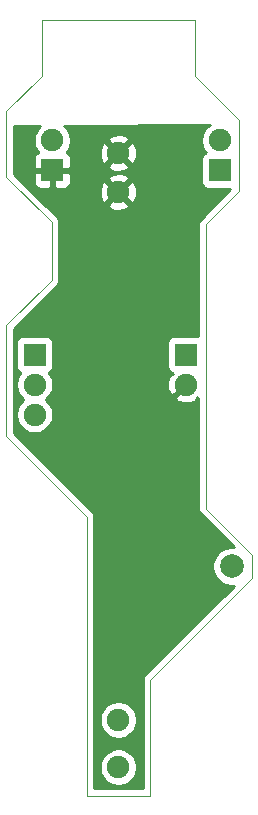
<source format=gbr>
%TF.GenerationSoftware,KiCad,Pcbnew,(5.0.0-rc3-dev)*%
%TF.CreationDate,2019-02-19T23:04:41+00:00*%
%TF.ProjectId,battery_breakout,626174746572795F627265616B6F7574,rev?*%
%TF.SameCoordinates,Original*%
%TF.FileFunction,Copper,L1,Top,Signal*%
%TF.FilePolarity,Positive*%
%FSLAX46Y46*%
G04 Gerber Fmt 4.6, Leading zero omitted, Abs format (unit mm)*
G04 Created by KiCad (PCBNEW (5.0.0-rc3-dev)) date 02/19/19 23:04:41*
%MOMM*%
%LPD*%
G01*
G04 APERTURE LIST*
%ADD10C,0.010000*%
%ADD11C,1.900000*%
%ADD12R,1.900000X1.900000*%
%ADD13C,2.000000*%
%ADD14C,0.254000*%
G04 APERTURE END LIST*
D10*
X156600000Y-130100000D02*
X160500000Y-134000000D01*
X160500000Y-134000000D02*
X160500000Y-136000000D01*
X139700000Y-96450000D02*
X139700000Y-102000000D01*
X143550000Y-110750000D02*
X143550000Y-105850000D01*
X139700000Y-114600000D02*
X143550000Y-110750000D01*
X139700000Y-102000000D02*
X143550000Y-105850000D01*
X151900000Y-154400000D02*
X151900000Y-144600000D01*
X160500000Y-136000000D02*
X151900000Y-144600000D01*
X146500000Y-130800000D02*
X139700000Y-124000000D01*
X146500000Y-154400000D02*
X146500000Y-130800000D01*
X151900000Y-154400000D02*
X146500000Y-154400000D01*
X156600000Y-130100000D02*
X156600000Y-106050000D01*
X156600000Y-106050000D02*
X159450000Y-103200000D01*
X159450000Y-103200000D02*
X159450000Y-97200000D01*
X139700000Y-114600000D02*
X139700000Y-124000000D01*
X155700000Y-88700000D02*
X155700000Y-93450000D01*
X159450000Y-97200000D02*
X155700000Y-93450000D01*
X142700000Y-93450000D02*
X142700000Y-88700000D01*
X139700000Y-96450000D02*
X142700000Y-93450000D01*
X155700000Y-88700000D02*
X142700000Y-88700000D01*
D11*
X149200000Y-100000000D03*
X149200000Y-152000000D03*
X149200000Y-148000000D03*
X149200000Y-103300000D03*
D12*
X154900000Y-117060000D03*
D11*
X154900000Y-119600000D03*
X142100000Y-122140000D03*
X142100000Y-119600000D03*
D12*
X142100000Y-117060000D03*
D11*
X157800000Y-98930000D03*
D12*
X157800000Y-101470000D03*
X143600000Y-101470000D03*
D11*
X143600000Y-98930000D03*
D13*
X158800000Y-135000000D03*
D14*
G36*
X156789621Y-97698850D02*
X156568850Y-97919621D01*
X156395391Y-98179221D01*
X156275911Y-98467673D01*
X156215000Y-98773891D01*
X156215000Y-99086109D01*
X156275911Y-99392327D01*
X156395391Y-99680779D01*
X156568850Y-99940379D01*
X156575289Y-99946818D01*
X156495506Y-99989463D01*
X156398815Y-100068815D01*
X156319463Y-100165506D01*
X156260498Y-100275820D01*
X156224188Y-100395518D01*
X156211928Y-100520000D01*
X156211928Y-102420000D01*
X156224188Y-102544482D01*
X156260498Y-102664180D01*
X156319463Y-102774494D01*
X156398815Y-102871185D01*
X156495506Y-102950537D01*
X156605820Y-103009502D01*
X156725518Y-103045812D01*
X156850000Y-103058072D01*
X158686832Y-103058072D01*
X156169682Y-105575222D01*
X156145263Y-105595262D01*
X156065286Y-105692715D01*
X156005858Y-105803898D01*
X155969261Y-105924539D01*
X155956904Y-106050000D01*
X155960001Y-106081444D01*
X155960001Y-115482762D01*
X155850000Y-115471928D01*
X153950000Y-115471928D01*
X153825518Y-115484188D01*
X153705820Y-115520498D01*
X153595506Y-115579463D01*
X153498815Y-115658815D01*
X153419463Y-115755506D01*
X153360498Y-115865820D01*
X153324188Y-115985518D01*
X153311928Y-116110000D01*
X153311928Y-118010000D01*
X153324188Y-118134482D01*
X153360498Y-118254180D01*
X153419463Y-118364494D01*
X153498815Y-118461185D01*
X153595506Y-118540537D01*
X153705820Y-118599502D01*
X153726022Y-118605630D01*
X153800246Y-118679854D01*
X153540958Y-118769579D01*
X153405065Y-119050671D01*
X153326621Y-119352873D01*
X153308641Y-119664573D01*
X153351816Y-119973791D01*
X153454487Y-120268644D01*
X153540958Y-120430421D01*
X153800248Y-120520147D01*
X154720395Y-119600000D01*
X154706253Y-119585858D01*
X154885858Y-119406253D01*
X154900000Y-119420395D01*
X154914143Y-119406253D01*
X155093748Y-119585858D01*
X155079605Y-119600000D01*
X155093748Y-119614143D01*
X154914143Y-119793748D01*
X154900000Y-119779605D01*
X153979853Y-120699752D01*
X154069579Y-120959042D01*
X154350671Y-121094935D01*
X154652873Y-121173379D01*
X154964573Y-121191359D01*
X155273791Y-121148184D01*
X155568644Y-121045513D01*
X155730421Y-120959042D01*
X155820146Y-120699754D01*
X155935949Y-120815557D01*
X155960000Y-120791506D01*
X155960000Y-130068566D01*
X155956904Y-130100000D01*
X155960000Y-130131433D01*
X155969261Y-130225461D01*
X156005857Y-130346101D01*
X156065285Y-130457284D01*
X156145262Y-130554738D01*
X156169687Y-130574783D01*
X158959903Y-133365000D01*
X158638967Y-133365000D01*
X158323088Y-133427832D01*
X158025537Y-133551082D01*
X157757748Y-133730013D01*
X157530013Y-133957748D01*
X157351082Y-134225537D01*
X157227832Y-134523088D01*
X157165000Y-134838967D01*
X157165000Y-135161033D01*
X157227832Y-135476912D01*
X157351082Y-135774463D01*
X157530013Y-136042252D01*
X157757748Y-136269987D01*
X158025537Y-136448918D01*
X158323088Y-136572168D01*
X158638967Y-136635000D01*
X158959904Y-136635000D01*
X151469682Y-144125222D01*
X151445263Y-144145262D01*
X151365286Y-144242715D01*
X151305858Y-144353898D01*
X151269261Y-144474539D01*
X151256904Y-144600000D01*
X151260001Y-144631444D01*
X151260000Y-153760000D01*
X147140000Y-153760000D01*
X147140000Y-151843891D01*
X147615000Y-151843891D01*
X147615000Y-152156109D01*
X147675911Y-152462327D01*
X147795391Y-152750779D01*
X147968850Y-153010379D01*
X148189621Y-153231150D01*
X148449221Y-153404609D01*
X148737673Y-153524089D01*
X149043891Y-153585000D01*
X149356109Y-153585000D01*
X149662327Y-153524089D01*
X149950779Y-153404609D01*
X150210379Y-153231150D01*
X150431150Y-153010379D01*
X150604609Y-152750779D01*
X150724089Y-152462327D01*
X150785000Y-152156109D01*
X150785000Y-151843891D01*
X150724089Y-151537673D01*
X150604609Y-151249221D01*
X150431150Y-150989621D01*
X150210379Y-150768850D01*
X149950779Y-150595391D01*
X149662327Y-150475911D01*
X149356109Y-150415000D01*
X149043891Y-150415000D01*
X148737673Y-150475911D01*
X148449221Y-150595391D01*
X148189621Y-150768850D01*
X147968850Y-150989621D01*
X147795391Y-151249221D01*
X147675911Y-151537673D01*
X147615000Y-151843891D01*
X147140000Y-151843891D01*
X147140000Y-147843891D01*
X147615000Y-147843891D01*
X147615000Y-148156109D01*
X147675911Y-148462327D01*
X147795391Y-148750779D01*
X147968850Y-149010379D01*
X148189621Y-149231150D01*
X148449221Y-149404609D01*
X148737673Y-149524089D01*
X149043891Y-149585000D01*
X149356109Y-149585000D01*
X149662327Y-149524089D01*
X149950779Y-149404609D01*
X150210379Y-149231150D01*
X150431150Y-149010379D01*
X150604609Y-148750779D01*
X150724089Y-148462327D01*
X150785000Y-148156109D01*
X150785000Y-147843891D01*
X150724089Y-147537673D01*
X150604609Y-147249221D01*
X150431150Y-146989621D01*
X150210379Y-146768850D01*
X149950779Y-146595391D01*
X149662327Y-146475911D01*
X149356109Y-146415000D01*
X149043891Y-146415000D01*
X148737673Y-146475911D01*
X148449221Y-146595391D01*
X148189621Y-146768850D01*
X147968850Y-146989621D01*
X147795391Y-147249221D01*
X147675911Y-147537673D01*
X147615000Y-147843891D01*
X147140000Y-147843891D01*
X147140000Y-130831433D01*
X147143096Y-130799999D01*
X147130739Y-130674537D01*
X147118659Y-130634715D01*
X147094143Y-130553898D01*
X147034715Y-130442715D01*
X146954738Y-130345262D01*
X146930319Y-130325222D01*
X140340000Y-123734904D01*
X140340000Y-116110000D01*
X140511928Y-116110000D01*
X140511928Y-118010000D01*
X140524188Y-118134482D01*
X140560498Y-118254180D01*
X140619463Y-118364494D01*
X140698815Y-118461185D01*
X140795506Y-118540537D01*
X140875289Y-118583182D01*
X140868850Y-118589621D01*
X140695391Y-118849221D01*
X140575911Y-119137673D01*
X140515000Y-119443891D01*
X140515000Y-119756109D01*
X140575911Y-120062327D01*
X140695391Y-120350779D01*
X140868850Y-120610379D01*
X141089621Y-120831150D01*
X141147764Y-120870000D01*
X141089621Y-120908850D01*
X140868850Y-121129621D01*
X140695391Y-121389221D01*
X140575911Y-121677673D01*
X140515000Y-121983891D01*
X140515000Y-122296109D01*
X140575911Y-122602327D01*
X140695391Y-122890779D01*
X140868850Y-123150379D01*
X141089621Y-123371150D01*
X141349221Y-123544609D01*
X141637673Y-123664089D01*
X141943891Y-123725000D01*
X142256109Y-123725000D01*
X142562327Y-123664089D01*
X142850779Y-123544609D01*
X143110379Y-123371150D01*
X143331150Y-123150379D01*
X143504609Y-122890779D01*
X143624089Y-122602327D01*
X143685000Y-122296109D01*
X143685000Y-121983891D01*
X143624089Y-121677673D01*
X143504609Y-121389221D01*
X143331150Y-121129621D01*
X143110379Y-120908850D01*
X143052236Y-120870000D01*
X143110379Y-120831150D01*
X143331150Y-120610379D01*
X143504609Y-120350779D01*
X143624089Y-120062327D01*
X143685000Y-119756109D01*
X143685000Y-119443891D01*
X143624089Y-119137673D01*
X143504609Y-118849221D01*
X143331150Y-118589621D01*
X143324711Y-118583182D01*
X143404494Y-118540537D01*
X143501185Y-118461185D01*
X143580537Y-118364494D01*
X143639502Y-118254180D01*
X143675812Y-118134482D01*
X143688072Y-118010000D01*
X143688072Y-116110000D01*
X143675812Y-115985518D01*
X143639502Y-115865820D01*
X143580537Y-115755506D01*
X143501185Y-115658815D01*
X143404494Y-115579463D01*
X143294180Y-115520498D01*
X143174482Y-115484188D01*
X143050000Y-115471928D01*
X141150000Y-115471928D01*
X141025518Y-115484188D01*
X140905820Y-115520498D01*
X140795506Y-115579463D01*
X140698815Y-115658815D01*
X140619463Y-115755506D01*
X140560498Y-115865820D01*
X140524188Y-115985518D01*
X140511928Y-116110000D01*
X140340000Y-116110000D01*
X140340000Y-114865096D01*
X143980320Y-111224777D01*
X144004738Y-111204738D01*
X144084715Y-111107285D01*
X144144143Y-110996102D01*
X144180739Y-110875462D01*
X144190000Y-110781434D01*
X144190000Y-110781433D01*
X144193096Y-110750001D01*
X144190000Y-110718567D01*
X144190000Y-105881433D01*
X144193096Y-105849999D01*
X144180739Y-105724537D01*
X144148930Y-105619679D01*
X144144143Y-105603898D01*
X144084715Y-105492715D01*
X144004738Y-105395262D01*
X143980319Y-105375222D01*
X143004849Y-104399752D01*
X148279853Y-104399752D01*
X148369579Y-104659042D01*
X148650671Y-104794935D01*
X148952873Y-104873379D01*
X149264573Y-104891359D01*
X149573791Y-104848184D01*
X149868644Y-104745513D01*
X150030421Y-104659042D01*
X150120147Y-104399752D01*
X149200000Y-103479605D01*
X148279853Y-104399752D01*
X143004849Y-104399752D01*
X141969670Y-103364573D01*
X147608641Y-103364573D01*
X147651816Y-103673791D01*
X147754487Y-103968644D01*
X147840958Y-104130421D01*
X148100248Y-104220147D01*
X149020395Y-103300000D01*
X149379605Y-103300000D01*
X150299752Y-104220147D01*
X150559042Y-104130421D01*
X150694935Y-103849329D01*
X150773379Y-103547127D01*
X150791359Y-103235427D01*
X150748184Y-102926209D01*
X150645513Y-102631356D01*
X150559042Y-102469579D01*
X150299752Y-102379853D01*
X149379605Y-103300000D01*
X149020395Y-103300000D01*
X148100248Y-102379853D01*
X147840958Y-102469579D01*
X147705065Y-102750671D01*
X147626621Y-103052873D01*
X147608641Y-103364573D01*
X141969670Y-103364573D01*
X140360847Y-101755750D01*
X142015000Y-101755750D01*
X142015000Y-102482542D01*
X142039403Y-102605223D01*
X142087270Y-102720785D01*
X142156763Y-102824789D01*
X142245211Y-102913237D01*
X142349215Y-102982730D01*
X142464777Y-103030597D01*
X142587458Y-103055000D01*
X143314250Y-103055000D01*
X143473000Y-102896250D01*
X143473000Y-101597000D01*
X143727000Y-101597000D01*
X143727000Y-102896250D01*
X143885750Y-103055000D01*
X144612542Y-103055000D01*
X144735223Y-103030597D01*
X144850785Y-102982730D01*
X144954789Y-102913237D01*
X145043237Y-102824789D01*
X145112730Y-102720785D01*
X145160597Y-102605223D01*
X145185000Y-102482542D01*
X145185000Y-102200248D01*
X148279853Y-102200248D01*
X149200000Y-103120395D01*
X150120147Y-102200248D01*
X150030421Y-101940958D01*
X149749329Y-101805065D01*
X149447127Y-101726621D01*
X149135427Y-101708641D01*
X148826209Y-101751816D01*
X148531356Y-101854487D01*
X148369579Y-101940958D01*
X148279853Y-102200248D01*
X145185000Y-102200248D01*
X145185000Y-101755750D01*
X145026250Y-101597000D01*
X143727000Y-101597000D01*
X143473000Y-101597000D01*
X142173750Y-101597000D01*
X142015000Y-101755750D01*
X140360847Y-101755750D01*
X140340000Y-101734904D01*
X140340000Y-97723100D01*
X142581575Y-97706896D01*
X142368850Y-97919621D01*
X142195391Y-98179221D01*
X142075911Y-98467673D01*
X142015000Y-98773891D01*
X142015000Y-99086109D01*
X142075911Y-99392327D01*
X142195391Y-99680779D01*
X142368850Y-99940379D01*
X142375043Y-99946572D01*
X142349215Y-99957270D01*
X142245211Y-100026763D01*
X142156763Y-100115211D01*
X142087270Y-100219215D01*
X142039403Y-100334777D01*
X142015000Y-100457458D01*
X142015000Y-101184250D01*
X142173750Y-101343000D01*
X143473000Y-101343000D01*
X143473000Y-101323000D01*
X143727000Y-101323000D01*
X143727000Y-101343000D01*
X145026250Y-101343000D01*
X145185000Y-101184250D01*
X145185000Y-101099752D01*
X148279853Y-101099752D01*
X148369579Y-101359042D01*
X148650671Y-101494935D01*
X148952873Y-101573379D01*
X149264573Y-101591359D01*
X149573791Y-101548184D01*
X149868644Y-101445513D01*
X150030421Y-101359042D01*
X150120147Y-101099752D01*
X149200000Y-100179605D01*
X148279853Y-101099752D01*
X145185000Y-101099752D01*
X145185000Y-100457458D01*
X145160597Y-100334777D01*
X145112730Y-100219215D01*
X145043237Y-100115211D01*
X144992599Y-100064573D01*
X147608641Y-100064573D01*
X147651816Y-100373791D01*
X147754487Y-100668644D01*
X147840958Y-100830421D01*
X148100248Y-100920147D01*
X149020395Y-100000000D01*
X149379605Y-100000000D01*
X150299752Y-100920147D01*
X150559042Y-100830421D01*
X150694935Y-100549329D01*
X150773379Y-100247127D01*
X150791359Y-99935427D01*
X150748184Y-99626209D01*
X150645513Y-99331356D01*
X150559042Y-99169579D01*
X150299752Y-99079853D01*
X149379605Y-100000000D01*
X149020395Y-100000000D01*
X148100248Y-99079853D01*
X147840958Y-99169579D01*
X147705065Y-99450671D01*
X147626621Y-99752873D01*
X147608641Y-100064573D01*
X144992599Y-100064573D01*
X144954789Y-100026763D01*
X144850785Y-99957270D01*
X144824957Y-99946572D01*
X144831150Y-99940379D01*
X145004609Y-99680779D01*
X145124089Y-99392327D01*
X145185000Y-99086109D01*
X145185000Y-98900248D01*
X148279853Y-98900248D01*
X149200000Y-99820395D01*
X150120147Y-98900248D01*
X150030421Y-98640958D01*
X149749329Y-98505065D01*
X149447127Y-98426621D01*
X149135427Y-98408641D01*
X148826209Y-98451816D01*
X148531356Y-98554487D01*
X148369579Y-98640958D01*
X148279853Y-98900248D01*
X145185000Y-98900248D01*
X145185000Y-98773891D01*
X145124089Y-98467673D01*
X145004609Y-98179221D01*
X144831150Y-97919621D01*
X144610379Y-97698850D01*
X144600578Y-97692301D01*
X156932843Y-97603152D01*
X156789621Y-97698850D01*
X156789621Y-97698850D01*
G37*
X156789621Y-97698850D02*
X156568850Y-97919621D01*
X156395391Y-98179221D01*
X156275911Y-98467673D01*
X156215000Y-98773891D01*
X156215000Y-99086109D01*
X156275911Y-99392327D01*
X156395391Y-99680779D01*
X156568850Y-99940379D01*
X156575289Y-99946818D01*
X156495506Y-99989463D01*
X156398815Y-100068815D01*
X156319463Y-100165506D01*
X156260498Y-100275820D01*
X156224188Y-100395518D01*
X156211928Y-100520000D01*
X156211928Y-102420000D01*
X156224188Y-102544482D01*
X156260498Y-102664180D01*
X156319463Y-102774494D01*
X156398815Y-102871185D01*
X156495506Y-102950537D01*
X156605820Y-103009502D01*
X156725518Y-103045812D01*
X156850000Y-103058072D01*
X158686832Y-103058072D01*
X156169682Y-105575222D01*
X156145263Y-105595262D01*
X156065286Y-105692715D01*
X156005858Y-105803898D01*
X155969261Y-105924539D01*
X155956904Y-106050000D01*
X155960001Y-106081444D01*
X155960001Y-115482762D01*
X155850000Y-115471928D01*
X153950000Y-115471928D01*
X153825518Y-115484188D01*
X153705820Y-115520498D01*
X153595506Y-115579463D01*
X153498815Y-115658815D01*
X153419463Y-115755506D01*
X153360498Y-115865820D01*
X153324188Y-115985518D01*
X153311928Y-116110000D01*
X153311928Y-118010000D01*
X153324188Y-118134482D01*
X153360498Y-118254180D01*
X153419463Y-118364494D01*
X153498815Y-118461185D01*
X153595506Y-118540537D01*
X153705820Y-118599502D01*
X153726022Y-118605630D01*
X153800246Y-118679854D01*
X153540958Y-118769579D01*
X153405065Y-119050671D01*
X153326621Y-119352873D01*
X153308641Y-119664573D01*
X153351816Y-119973791D01*
X153454487Y-120268644D01*
X153540958Y-120430421D01*
X153800248Y-120520147D01*
X154720395Y-119600000D01*
X154706253Y-119585858D01*
X154885858Y-119406253D01*
X154900000Y-119420395D01*
X154914143Y-119406253D01*
X155093748Y-119585858D01*
X155079605Y-119600000D01*
X155093748Y-119614143D01*
X154914143Y-119793748D01*
X154900000Y-119779605D01*
X153979853Y-120699752D01*
X154069579Y-120959042D01*
X154350671Y-121094935D01*
X154652873Y-121173379D01*
X154964573Y-121191359D01*
X155273791Y-121148184D01*
X155568644Y-121045513D01*
X155730421Y-120959042D01*
X155820146Y-120699754D01*
X155935949Y-120815557D01*
X155960000Y-120791506D01*
X155960000Y-130068566D01*
X155956904Y-130100000D01*
X155960000Y-130131433D01*
X155969261Y-130225461D01*
X156005857Y-130346101D01*
X156065285Y-130457284D01*
X156145262Y-130554738D01*
X156169687Y-130574783D01*
X158959903Y-133365000D01*
X158638967Y-133365000D01*
X158323088Y-133427832D01*
X158025537Y-133551082D01*
X157757748Y-133730013D01*
X157530013Y-133957748D01*
X157351082Y-134225537D01*
X157227832Y-134523088D01*
X157165000Y-134838967D01*
X157165000Y-135161033D01*
X157227832Y-135476912D01*
X157351082Y-135774463D01*
X157530013Y-136042252D01*
X157757748Y-136269987D01*
X158025537Y-136448918D01*
X158323088Y-136572168D01*
X158638967Y-136635000D01*
X158959904Y-136635000D01*
X151469682Y-144125222D01*
X151445263Y-144145262D01*
X151365286Y-144242715D01*
X151305858Y-144353898D01*
X151269261Y-144474539D01*
X151256904Y-144600000D01*
X151260001Y-144631444D01*
X151260000Y-153760000D01*
X147140000Y-153760000D01*
X147140000Y-151843891D01*
X147615000Y-151843891D01*
X147615000Y-152156109D01*
X147675911Y-152462327D01*
X147795391Y-152750779D01*
X147968850Y-153010379D01*
X148189621Y-153231150D01*
X148449221Y-153404609D01*
X148737673Y-153524089D01*
X149043891Y-153585000D01*
X149356109Y-153585000D01*
X149662327Y-153524089D01*
X149950779Y-153404609D01*
X150210379Y-153231150D01*
X150431150Y-153010379D01*
X150604609Y-152750779D01*
X150724089Y-152462327D01*
X150785000Y-152156109D01*
X150785000Y-151843891D01*
X150724089Y-151537673D01*
X150604609Y-151249221D01*
X150431150Y-150989621D01*
X150210379Y-150768850D01*
X149950779Y-150595391D01*
X149662327Y-150475911D01*
X149356109Y-150415000D01*
X149043891Y-150415000D01*
X148737673Y-150475911D01*
X148449221Y-150595391D01*
X148189621Y-150768850D01*
X147968850Y-150989621D01*
X147795391Y-151249221D01*
X147675911Y-151537673D01*
X147615000Y-151843891D01*
X147140000Y-151843891D01*
X147140000Y-147843891D01*
X147615000Y-147843891D01*
X147615000Y-148156109D01*
X147675911Y-148462327D01*
X147795391Y-148750779D01*
X147968850Y-149010379D01*
X148189621Y-149231150D01*
X148449221Y-149404609D01*
X148737673Y-149524089D01*
X149043891Y-149585000D01*
X149356109Y-149585000D01*
X149662327Y-149524089D01*
X149950779Y-149404609D01*
X150210379Y-149231150D01*
X150431150Y-149010379D01*
X150604609Y-148750779D01*
X150724089Y-148462327D01*
X150785000Y-148156109D01*
X150785000Y-147843891D01*
X150724089Y-147537673D01*
X150604609Y-147249221D01*
X150431150Y-146989621D01*
X150210379Y-146768850D01*
X149950779Y-146595391D01*
X149662327Y-146475911D01*
X149356109Y-146415000D01*
X149043891Y-146415000D01*
X148737673Y-146475911D01*
X148449221Y-146595391D01*
X148189621Y-146768850D01*
X147968850Y-146989621D01*
X147795391Y-147249221D01*
X147675911Y-147537673D01*
X147615000Y-147843891D01*
X147140000Y-147843891D01*
X147140000Y-130831433D01*
X147143096Y-130799999D01*
X147130739Y-130674537D01*
X147118659Y-130634715D01*
X147094143Y-130553898D01*
X147034715Y-130442715D01*
X146954738Y-130345262D01*
X146930319Y-130325222D01*
X140340000Y-123734904D01*
X140340000Y-116110000D01*
X140511928Y-116110000D01*
X140511928Y-118010000D01*
X140524188Y-118134482D01*
X140560498Y-118254180D01*
X140619463Y-118364494D01*
X140698815Y-118461185D01*
X140795506Y-118540537D01*
X140875289Y-118583182D01*
X140868850Y-118589621D01*
X140695391Y-118849221D01*
X140575911Y-119137673D01*
X140515000Y-119443891D01*
X140515000Y-119756109D01*
X140575911Y-120062327D01*
X140695391Y-120350779D01*
X140868850Y-120610379D01*
X141089621Y-120831150D01*
X141147764Y-120870000D01*
X141089621Y-120908850D01*
X140868850Y-121129621D01*
X140695391Y-121389221D01*
X140575911Y-121677673D01*
X140515000Y-121983891D01*
X140515000Y-122296109D01*
X140575911Y-122602327D01*
X140695391Y-122890779D01*
X140868850Y-123150379D01*
X141089621Y-123371150D01*
X141349221Y-123544609D01*
X141637673Y-123664089D01*
X141943891Y-123725000D01*
X142256109Y-123725000D01*
X142562327Y-123664089D01*
X142850779Y-123544609D01*
X143110379Y-123371150D01*
X143331150Y-123150379D01*
X143504609Y-122890779D01*
X143624089Y-122602327D01*
X143685000Y-122296109D01*
X143685000Y-121983891D01*
X143624089Y-121677673D01*
X143504609Y-121389221D01*
X143331150Y-121129621D01*
X143110379Y-120908850D01*
X143052236Y-120870000D01*
X143110379Y-120831150D01*
X143331150Y-120610379D01*
X143504609Y-120350779D01*
X143624089Y-120062327D01*
X143685000Y-119756109D01*
X143685000Y-119443891D01*
X143624089Y-119137673D01*
X143504609Y-118849221D01*
X143331150Y-118589621D01*
X143324711Y-118583182D01*
X143404494Y-118540537D01*
X143501185Y-118461185D01*
X143580537Y-118364494D01*
X143639502Y-118254180D01*
X143675812Y-118134482D01*
X143688072Y-118010000D01*
X143688072Y-116110000D01*
X143675812Y-115985518D01*
X143639502Y-115865820D01*
X143580537Y-115755506D01*
X143501185Y-115658815D01*
X143404494Y-115579463D01*
X143294180Y-115520498D01*
X143174482Y-115484188D01*
X143050000Y-115471928D01*
X141150000Y-115471928D01*
X141025518Y-115484188D01*
X140905820Y-115520498D01*
X140795506Y-115579463D01*
X140698815Y-115658815D01*
X140619463Y-115755506D01*
X140560498Y-115865820D01*
X140524188Y-115985518D01*
X140511928Y-116110000D01*
X140340000Y-116110000D01*
X140340000Y-114865096D01*
X143980320Y-111224777D01*
X144004738Y-111204738D01*
X144084715Y-111107285D01*
X144144143Y-110996102D01*
X144180739Y-110875462D01*
X144190000Y-110781434D01*
X144190000Y-110781433D01*
X144193096Y-110750001D01*
X144190000Y-110718567D01*
X144190000Y-105881433D01*
X144193096Y-105849999D01*
X144180739Y-105724537D01*
X144148930Y-105619679D01*
X144144143Y-105603898D01*
X144084715Y-105492715D01*
X144004738Y-105395262D01*
X143980319Y-105375222D01*
X143004849Y-104399752D01*
X148279853Y-104399752D01*
X148369579Y-104659042D01*
X148650671Y-104794935D01*
X148952873Y-104873379D01*
X149264573Y-104891359D01*
X149573791Y-104848184D01*
X149868644Y-104745513D01*
X150030421Y-104659042D01*
X150120147Y-104399752D01*
X149200000Y-103479605D01*
X148279853Y-104399752D01*
X143004849Y-104399752D01*
X141969670Y-103364573D01*
X147608641Y-103364573D01*
X147651816Y-103673791D01*
X147754487Y-103968644D01*
X147840958Y-104130421D01*
X148100248Y-104220147D01*
X149020395Y-103300000D01*
X149379605Y-103300000D01*
X150299752Y-104220147D01*
X150559042Y-104130421D01*
X150694935Y-103849329D01*
X150773379Y-103547127D01*
X150791359Y-103235427D01*
X150748184Y-102926209D01*
X150645513Y-102631356D01*
X150559042Y-102469579D01*
X150299752Y-102379853D01*
X149379605Y-103300000D01*
X149020395Y-103300000D01*
X148100248Y-102379853D01*
X147840958Y-102469579D01*
X147705065Y-102750671D01*
X147626621Y-103052873D01*
X147608641Y-103364573D01*
X141969670Y-103364573D01*
X140360847Y-101755750D01*
X142015000Y-101755750D01*
X142015000Y-102482542D01*
X142039403Y-102605223D01*
X142087270Y-102720785D01*
X142156763Y-102824789D01*
X142245211Y-102913237D01*
X142349215Y-102982730D01*
X142464777Y-103030597D01*
X142587458Y-103055000D01*
X143314250Y-103055000D01*
X143473000Y-102896250D01*
X143473000Y-101597000D01*
X143727000Y-101597000D01*
X143727000Y-102896250D01*
X143885750Y-103055000D01*
X144612542Y-103055000D01*
X144735223Y-103030597D01*
X144850785Y-102982730D01*
X144954789Y-102913237D01*
X145043237Y-102824789D01*
X145112730Y-102720785D01*
X145160597Y-102605223D01*
X145185000Y-102482542D01*
X145185000Y-102200248D01*
X148279853Y-102200248D01*
X149200000Y-103120395D01*
X150120147Y-102200248D01*
X150030421Y-101940958D01*
X149749329Y-101805065D01*
X149447127Y-101726621D01*
X149135427Y-101708641D01*
X148826209Y-101751816D01*
X148531356Y-101854487D01*
X148369579Y-101940958D01*
X148279853Y-102200248D01*
X145185000Y-102200248D01*
X145185000Y-101755750D01*
X145026250Y-101597000D01*
X143727000Y-101597000D01*
X143473000Y-101597000D01*
X142173750Y-101597000D01*
X142015000Y-101755750D01*
X140360847Y-101755750D01*
X140340000Y-101734904D01*
X140340000Y-97723100D01*
X142581575Y-97706896D01*
X142368850Y-97919621D01*
X142195391Y-98179221D01*
X142075911Y-98467673D01*
X142015000Y-98773891D01*
X142015000Y-99086109D01*
X142075911Y-99392327D01*
X142195391Y-99680779D01*
X142368850Y-99940379D01*
X142375043Y-99946572D01*
X142349215Y-99957270D01*
X142245211Y-100026763D01*
X142156763Y-100115211D01*
X142087270Y-100219215D01*
X142039403Y-100334777D01*
X142015000Y-100457458D01*
X142015000Y-101184250D01*
X142173750Y-101343000D01*
X143473000Y-101343000D01*
X143473000Y-101323000D01*
X143727000Y-101323000D01*
X143727000Y-101343000D01*
X145026250Y-101343000D01*
X145185000Y-101184250D01*
X145185000Y-101099752D01*
X148279853Y-101099752D01*
X148369579Y-101359042D01*
X148650671Y-101494935D01*
X148952873Y-101573379D01*
X149264573Y-101591359D01*
X149573791Y-101548184D01*
X149868644Y-101445513D01*
X150030421Y-101359042D01*
X150120147Y-101099752D01*
X149200000Y-100179605D01*
X148279853Y-101099752D01*
X145185000Y-101099752D01*
X145185000Y-100457458D01*
X145160597Y-100334777D01*
X145112730Y-100219215D01*
X145043237Y-100115211D01*
X144992599Y-100064573D01*
X147608641Y-100064573D01*
X147651816Y-100373791D01*
X147754487Y-100668644D01*
X147840958Y-100830421D01*
X148100248Y-100920147D01*
X149020395Y-100000000D01*
X149379605Y-100000000D01*
X150299752Y-100920147D01*
X150559042Y-100830421D01*
X150694935Y-100549329D01*
X150773379Y-100247127D01*
X150791359Y-99935427D01*
X150748184Y-99626209D01*
X150645513Y-99331356D01*
X150559042Y-99169579D01*
X150299752Y-99079853D01*
X149379605Y-100000000D01*
X149020395Y-100000000D01*
X148100248Y-99079853D01*
X147840958Y-99169579D01*
X147705065Y-99450671D01*
X147626621Y-99752873D01*
X147608641Y-100064573D01*
X144992599Y-100064573D01*
X144954789Y-100026763D01*
X144850785Y-99957270D01*
X144824957Y-99946572D01*
X144831150Y-99940379D01*
X145004609Y-99680779D01*
X145124089Y-99392327D01*
X145185000Y-99086109D01*
X145185000Y-98900248D01*
X148279853Y-98900248D01*
X149200000Y-99820395D01*
X150120147Y-98900248D01*
X150030421Y-98640958D01*
X149749329Y-98505065D01*
X149447127Y-98426621D01*
X149135427Y-98408641D01*
X148826209Y-98451816D01*
X148531356Y-98554487D01*
X148369579Y-98640958D01*
X148279853Y-98900248D01*
X145185000Y-98900248D01*
X145185000Y-98773891D01*
X145124089Y-98467673D01*
X145004609Y-98179221D01*
X144831150Y-97919621D01*
X144610379Y-97698850D01*
X144600578Y-97692301D01*
X156932843Y-97603152D01*
X156789621Y-97698850D01*
M02*

</source>
